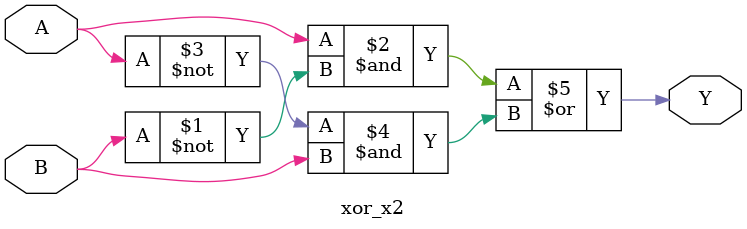
<source format=v>


module xor_x2(
	input wire A,
	input wire B,
	output wire Y
);

assign Y = (A & (~B)) | ((~A) & B);

endmodule

</source>
